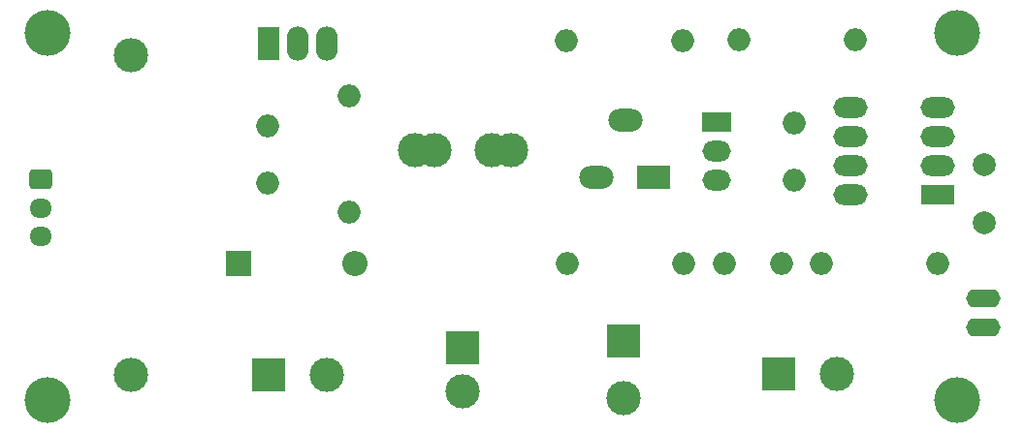
<source format=gts>
%TF.GenerationSoftware,KiCad,Pcbnew,8.0.5*%
%TF.CreationDate,2025-03-03T20:32:12+01:00*%
%TF.ProjectId,Tester backlight LED,54657374-6572-4206-9261-636b6c696768,rev?*%
%TF.SameCoordinates,Original*%
%TF.FileFunction,Soldermask,Top*%
%TF.FilePolarity,Negative*%
%FSLAX46Y46*%
G04 Gerber Fmt 4.6, Leading zero omitted, Abs format (unit mm)*
G04 Created by KiCad (PCBNEW 8.0.5) date 2025-03-03 20:32:12*
%MOMM*%
%LPD*%
G01*
G04 APERTURE LIST*
G04 Aperture macros list*
%AMRoundRect*
0 Rectangle with rounded corners*
0 $1 Rounding radius*
0 $2 $3 $4 $5 $6 $7 $8 $9 X,Y pos of 4 corners*
0 Add a 4 corners polygon primitive as box body*
4,1,4,$2,$3,$4,$5,$6,$7,$8,$9,$2,$3,0*
0 Add four circle primitives for the rounded corners*
1,1,$1+$1,$2,$3*
1,1,$1+$1,$4,$5*
1,1,$1+$1,$6,$7*
1,1,$1+$1,$8,$9*
0 Add four rect primitives between the rounded corners*
20,1,$1+$1,$2,$3,$4,$5,0*
20,1,$1+$1,$4,$5,$6,$7,0*
20,1,$1+$1,$6,$7,$8,$9,0*
20,1,$1+$1,$8,$9,$2,$3,0*%
G04 Aperture macros list end*
%ADD10O,3.000000X1.600000*%
%ADD11R,3.000000X3.000000*%
%ADD12C,3.000000*%
%ADD13C,4.000000*%
%ADD14O,2.000000X2.000000*%
%ADD15R,3.000000X2.000000*%
%ADD16O,3.000000X2.000000*%
%ADD17R,1.905000X3.000000*%
%ADD18O,1.905000X3.000000*%
%ADD19R,3.000000X1.800000*%
%ADD20O,3.000000X1.800000*%
%ADD21R,2.500000X1.800000*%
%ADD22O,2.500000X1.800000*%
%ADD23O,3.000000X3.000000*%
%ADD24RoundRect,0.250000X-0.725000X0.600000X-0.725000X-0.600000X0.725000X-0.600000X0.725000X0.600000X0*%
%ADD25O,1.950000X1.700000*%
%ADD26R,2.200000X2.200000*%
%ADD27O,2.200000X2.200000*%
%ADD28C,2.000000*%
G04 APERTURE END LIST*
D10*
%TO.C,J7*%
X209245200Y-95097600D03*
X209245200Y-97637600D03*
%TD*%
D11*
%TO.C,J1*%
X191414400Y-101752400D03*
D12*
X196494400Y-101752400D03*
%TD*%
D13*
%TO.C,J6*%
X127558800Y-104000000D03*
%TD*%
D14*
%TO.C,R1*%
X205282800Y-92098800D03*
X195122800Y-92098800D03*
%TD*%
D11*
%TO.C,C4*%
X163808600Y-99456800D03*
D12*
X163808600Y-103256800D03*
%TD*%
D14*
%TO.C,R3*%
X183032400Y-72593200D03*
X172872400Y-72593200D03*
%TD*%
D11*
%TO.C,C5*%
X177901600Y-98856800D03*
D12*
X177901600Y-103856800D03*
%TD*%
D11*
%TO.C,J2*%
X146913600Y-101854000D03*
D12*
X151993600Y-101854000D03*
%TD*%
D14*
%TO.C,C2*%
X192735200Y-79796800D03*
X192735200Y-84796800D03*
%TD*%
D15*
%TO.C,RV1*%
X180503200Y-84536800D03*
D16*
X178003200Y-79536800D03*
X175503200Y-84536800D03*
%TD*%
D14*
%TO.C,R5*%
X183083200Y-92098800D03*
X172923200Y-92098800D03*
%TD*%
D17*
%TO.C,Q2*%
X146862800Y-72850600D03*
D18*
X149402800Y-72850600D03*
X151942800Y-72850600D03*
%TD*%
D19*
%TO.C,U2*%
X205323600Y-86096800D03*
D20*
X205323600Y-83556800D03*
X205323600Y-81016800D03*
X205323600Y-78476800D03*
X197703600Y-78476800D03*
X197703600Y-81016800D03*
X197703600Y-83556800D03*
X197703600Y-86096800D03*
%TD*%
D14*
%TO.C,R2*%
X198069200Y-72542400D03*
X187909200Y-72542400D03*
%TD*%
D13*
%TO.C,J4*%
X207000000Y-104000000D03*
%TD*%
D14*
%TO.C,R4*%
X153924000Y-77419200D03*
X153924000Y-87579200D03*
%TD*%
D13*
%TO.C,J5*%
X127558800Y-71950000D03*
%TD*%
D21*
%TO.C,Q1*%
X186025200Y-79756800D03*
D22*
X186025200Y-82296800D03*
X186025200Y-84836800D03*
%TD*%
D23*
%TO.C,R6*%
X134874000Y-73863200D03*
X134874000Y-101803200D03*
%TD*%
D14*
%TO.C,C3*%
X146812000Y-80035600D03*
X146812000Y-85035600D03*
%TD*%
D24*
%TO.C,J8*%
X127000000Y-84734400D03*
D25*
X127000000Y-87234400D03*
X127000000Y-89734400D03*
%TD*%
D14*
%TO.C,C1*%
X186639200Y-92098800D03*
X191639200Y-92098800D03*
%TD*%
D12*
%TO.C,L1*%
X159664400Y-82143200D03*
X161366200Y-82143200D03*
X166370000Y-82143200D03*
X168044400Y-82143200D03*
%TD*%
D26*
%TO.C,D1*%
X144221200Y-92100400D03*
D27*
X154381200Y-92100400D03*
%TD*%
D13*
%TO.C,J3*%
X207000000Y-71950000D03*
%TD*%
D28*
X209397600Y-83464400D03*
X209397600Y-88544400D03*
M02*

</source>
